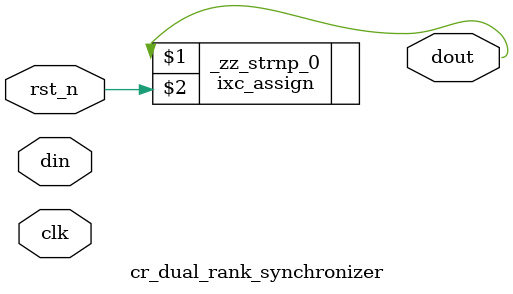
<source format=v>

`ifndef _2_                      
`ifdef CBV                      
`define _2_                      
`else                      
`define _2_ (* _2_state_ *)                      
`endif                      
`endif
(* celldefine = 1 *) 
module cr_dual_rank_synchronizer ( clk, rst_n, din, dout);
// pragma CVASTRPROP MODULE HDLICE HDL_MODULE_ATTRIBUTE "0 vlog"
input clk;
input rst_n;
input din;
output dout;
ixc_assign _zz_strnp_0 ( dout, rst_n);
endmodule

</source>
